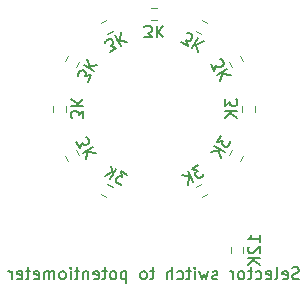
<source format=gbr>
%TF.GenerationSoftware,KiCad,Pcbnew,(6.0.5)*%
%TF.CreationDate,2022-05-19T01:25:15-04:00*%
%TF.ProjectId,selector_switch,73656c65-6374-46f7-925f-737769746368,rev?*%
%TF.SameCoordinates,Original*%
%TF.FileFunction,Legend,Bot*%
%TF.FilePolarity,Positive*%
%FSLAX46Y46*%
G04 Gerber Fmt 4.6, Leading zero omitted, Abs format (unit mm)*
G04 Created by KiCad (PCBNEW (6.0.5)) date 2022-05-19 01:25:15*
%MOMM*%
%LPD*%
G01*
G04 APERTURE LIST*
%ADD10C,0.150000*%
%ADD11C,0.120000*%
G04 APERTURE END LIST*
D10*
X167261904Y-83404761D02*
X167119047Y-83452380D01*
X166880952Y-83452380D01*
X166785714Y-83404761D01*
X166738095Y-83357142D01*
X166690476Y-83261904D01*
X166690476Y-83166666D01*
X166738095Y-83071428D01*
X166785714Y-83023809D01*
X166880952Y-82976190D01*
X167071428Y-82928571D01*
X167166666Y-82880952D01*
X167214285Y-82833333D01*
X167261904Y-82738095D01*
X167261904Y-82642857D01*
X167214285Y-82547619D01*
X167166666Y-82500000D01*
X167071428Y-82452380D01*
X166833333Y-82452380D01*
X166690476Y-82500000D01*
X165880952Y-83404761D02*
X165976190Y-83452380D01*
X166166666Y-83452380D01*
X166261904Y-83404761D01*
X166309523Y-83309523D01*
X166309523Y-82928571D01*
X166261904Y-82833333D01*
X166166666Y-82785714D01*
X165976190Y-82785714D01*
X165880952Y-82833333D01*
X165833333Y-82928571D01*
X165833333Y-83023809D01*
X166309523Y-83119047D01*
X165261904Y-83452380D02*
X165357142Y-83404761D01*
X165404761Y-83309523D01*
X165404761Y-82452380D01*
X164500000Y-83404761D02*
X164595238Y-83452380D01*
X164785714Y-83452380D01*
X164880952Y-83404761D01*
X164928571Y-83309523D01*
X164928571Y-82928571D01*
X164880952Y-82833333D01*
X164785714Y-82785714D01*
X164595238Y-82785714D01*
X164500000Y-82833333D01*
X164452380Y-82928571D01*
X164452380Y-83023809D01*
X164928571Y-83119047D01*
X163595238Y-83404761D02*
X163690476Y-83452380D01*
X163880952Y-83452380D01*
X163976190Y-83404761D01*
X164023809Y-83357142D01*
X164071428Y-83261904D01*
X164071428Y-82976190D01*
X164023809Y-82880952D01*
X163976190Y-82833333D01*
X163880952Y-82785714D01*
X163690476Y-82785714D01*
X163595238Y-82833333D01*
X163309523Y-82785714D02*
X162928571Y-82785714D01*
X163166666Y-82452380D02*
X163166666Y-83309523D01*
X163119047Y-83404761D01*
X163023809Y-83452380D01*
X162928571Y-83452380D01*
X162452380Y-83452380D02*
X162547619Y-83404761D01*
X162595238Y-83357142D01*
X162642857Y-83261904D01*
X162642857Y-82976190D01*
X162595238Y-82880952D01*
X162547619Y-82833333D01*
X162452380Y-82785714D01*
X162309523Y-82785714D01*
X162214285Y-82833333D01*
X162166666Y-82880952D01*
X162119047Y-82976190D01*
X162119047Y-83261904D01*
X162166666Y-83357142D01*
X162214285Y-83404761D01*
X162309523Y-83452380D01*
X162452380Y-83452380D01*
X161690476Y-83452380D02*
X161690476Y-82785714D01*
X161690476Y-82976190D02*
X161642857Y-82880952D01*
X161595238Y-82833333D01*
X161500000Y-82785714D01*
X161404761Y-82785714D01*
X160357142Y-83404761D02*
X160261904Y-83452380D01*
X160071428Y-83452380D01*
X159976190Y-83404761D01*
X159928571Y-83309523D01*
X159928571Y-83261904D01*
X159976190Y-83166666D01*
X160071428Y-83119047D01*
X160214285Y-83119047D01*
X160309523Y-83071428D01*
X160357142Y-82976190D01*
X160357142Y-82928571D01*
X160309523Y-82833333D01*
X160214285Y-82785714D01*
X160071428Y-82785714D01*
X159976190Y-82833333D01*
X159595238Y-82785714D02*
X159404761Y-83452380D01*
X159214285Y-82976190D01*
X159023809Y-83452380D01*
X158833333Y-82785714D01*
X158452380Y-83452380D02*
X158452380Y-82785714D01*
X158452380Y-82452380D02*
X158500000Y-82500000D01*
X158452380Y-82547619D01*
X158404761Y-82500000D01*
X158452380Y-82452380D01*
X158452380Y-82547619D01*
X158119047Y-82785714D02*
X157738095Y-82785714D01*
X157976190Y-82452380D02*
X157976190Y-83309523D01*
X157928571Y-83404761D01*
X157833333Y-83452380D01*
X157738095Y-83452380D01*
X156976190Y-83404761D02*
X157071428Y-83452380D01*
X157261904Y-83452380D01*
X157357142Y-83404761D01*
X157404761Y-83357142D01*
X157452380Y-83261904D01*
X157452380Y-82976190D01*
X157404761Y-82880952D01*
X157357142Y-82833333D01*
X157261904Y-82785714D01*
X157071428Y-82785714D01*
X156976190Y-82833333D01*
X156547619Y-83452380D02*
X156547619Y-82452380D01*
X156119047Y-83452380D02*
X156119047Y-82928571D01*
X156166666Y-82833333D01*
X156261904Y-82785714D01*
X156404761Y-82785714D01*
X156500000Y-82833333D01*
X156547619Y-82880952D01*
X155023809Y-82785714D02*
X154642857Y-82785714D01*
X154880952Y-82452380D02*
X154880952Y-83309523D01*
X154833333Y-83404761D01*
X154738095Y-83452380D01*
X154642857Y-83452380D01*
X154166666Y-83452380D02*
X154261904Y-83404761D01*
X154309523Y-83357142D01*
X154357142Y-83261904D01*
X154357142Y-82976190D01*
X154309523Y-82880952D01*
X154261904Y-82833333D01*
X154166666Y-82785714D01*
X154023809Y-82785714D01*
X153928571Y-82833333D01*
X153880952Y-82880952D01*
X153833333Y-82976190D01*
X153833333Y-83261904D01*
X153880952Y-83357142D01*
X153928571Y-83404761D01*
X154023809Y-83452380D01*
X154166666Y-83452380D01*
X152642857Y-82785714D02*
X152642857Y-83785714D01*
X152642857Y-82833333D02*
X152547619Y-82785714D01*
X152357142Y-82785714D01*
X152261904Y-82833333D01*
X152214285Y-82880952D01*
X152166666Y-82976190D01*
X152166666Y-83261904D01*
X152214285Y-83357142D01*
X152261904Y-83404761D01*
X152357142Y-83452380D01*
X152547619Y-83452380D01*
X152642857Y-83404761D01*
X151595238Y-83452380D02*
X151690476Y-83404761D01*
X151738095Y-83357142D01*
X151785714Y-83261904D01*
X151785714Y-82976190D01*
X151738095Y-82880952D01*
X151690476Y-82833333D01*
X151595238Y-82785714D01*
X151452380Y-82785714D01*
X151357142Y-82833333D01*
X151309523Y-82880952D01*
X151261904Y-82976190D01*
X151261904Y-83261904D01*
X151309523Y-83357142D01*
X151357142Y-83404761D01*
X151452380Y-83452380D01*
X151595238Y-83452380D01*
X150976190Y-82785714D02*
X150595238Y-82785714D01*
X150833333Y-82452380D02*
X150833333Y-83309523D01*
X150785714Y-83404761D01*
X150690476Y-83452380D01*
X150595238Y-83452380D01*
X149880952Y-83404761D02*
X149976190Y-83452380D01*
X150166666Y-83452380D01*
X150261904Y-83404761D01*
X150309523Y-83309523D01*
X150309523Y-82928571D01*
X150261904Y-82833333D01*
X150166666Y-82785714D01*
X149976190Y-82785714D01*
X149880952Y-82833333D01*
X149833333Y-82928571D01*
X149833333Y-83023809D01*
X150309523Y-83119047D01*
X149404761Y-82785714D02*
X149404761Y-83452380D01*
X149404761Y-82880952D02*
X149357142Y-82833333D01*
X149261904Y-82785714D01*
X149119047Y-82785714D01*
X149023809Y-82833333D01*
X148976190Y-82928571D01*
X148976190Y-83452380D01*
X148642857Y-82785714D02*
X148261904Y-82785714D01*
X148500000Y-82452380D02*
X148500000Y-83309523D01*
X148452380Y-83404761D01*
X148357142Y-83452380D01*
X148261904Y-83452380D01*
X147928571Y-83452380D02*
X147928571Y-82785714D01*
X147928571Y-82452380D02*
X147976190Y-82500000D01*
X147928571Y-82547619D01*
X147880952Y-82500000D01*
X147928571Y-82452380D01*
X147928571Y-82547619D01*
X147309523Y-83452380D02*
X147404761Y-83404761D01*
X147452380Y-83357142D01*
X147500000Y-83261904D01*
X147500000Y-82976190D01*
X147452380Y-82880952D01*
X147404761Y-82833333D01*
X147309523Y-82785714D01*
X147166666Y-82785714D01*
X147071428Y-82833333D01*
X147023809Y-82880952D01*
X146976190Y-82976190D01*
X146976190Y-83261904D01*
X147023809Y-83357142D01*
X147071428Y-83404761D01*
X147166666Y-83452380D01*
X147309523Y-83452380D01*
X146547619Y-83452380D02*
X146547619Y-82785714D01*
X146547619Y-82880952D02*
X146500000Y-82833333D01*
X146404761Y-82785714D01*
X146261904Y-82785714D01*
X146166666Y-82833333D01*
X146119047Y-82928571D01*
X146119047Y-83452380D01*
X146119047Y-82928571D02*
X146071428Y-82833333D01*
X145976190Y-82785714D01*
X145833333Y-82785714D01*
X145738095Y-82833333D01*
X145690476Y-82928571D01*
X145690476Y-83452380D01*
X144833333Y-83404761D02*
X144928571Y-83452380D01*
X145119047Y-83452380D01*
X145214285Y-83404761D01*
X145261904Y-83309523D01*
X145261904Y-82928571D01*
X145214285Y-82833333D01*
X145119047Y-82785714D01*
X144928571Y-82785714D01*
X144833333Y-82833333D01*
X144785714Y-82928571D01*
X144785714Y-83023809D01*
X145261904Y-83119047D01*
X144500000Y-82785714D02*
X144119047Y-82785714D01*
X144357142Y-82452380D02*
X144357142Y-83309523D01*
X144309523Y-83404761D01*
X144214285Y-83452380D01*
X144119047Y-83452380D01*
X143404761Y-83404761D02*
X143500000Y-83452380D01*
X143690476Y-83452380D01*
X143785714Y-83404761D01*
X143833333Y-83309523D01*
X143833333Y-82928571D01*
X143785714Y-82833333D01*
X143690476Y-82785714D01*
X143500000Y-82785714D01*
X143404761Y-82833333D01*
X143357142Y-82928571D01*
X143357142Y-83023809D01*
X143833333Y-83119047D01*
X142928571Y-83452380D02*
X142928571Y-82785714D01*
X142928571Y-82976190D02*
X142880952Y-82880952D01*
X142833333Y-82833333D01*
X142738095Y-82785714D01*
X142642857Y-82785714D01*
%TO.C,R12*%
X152710497Y-74632201D02*
X152174386Y-74322677D01*
X152272585Y-74819258D01*
X152148867Y-74747830D01*
X152042579Y-74741450D01*
X151977530Y-74758880D01*
X151888672Y-74817549D01*
X151769624Y-75023746D01*
X151763244Y-75130034D01*
X151780674Y-75195082D01*
X151839343Y-75283941D01*
X152086779Y-75426798D01*
X152193067Y-75433178D01*
X152258116Y-75415748D01*
X151303232Y-74974417D02*
X151803232Y-74108392D01*
X150808360Y-74688703D02*
X151465229Y-74408117D01*
X151308360Y-73822677D02*
X151517518Y-74603263D01*
%TO.C,R11*%
X148419294Y-71837121D02*
X148728818Y-72373232D01*
X148892065Y-71894081D01*
X148963494Y-72017799D01*
X149052352Y-72076468D01*
X149117401Y-72093898D01*
X149223689Y-72087518D01*
X149429886Y-71968470D01*
X149488555Y-71879612D01*
X149505985Y-71814563D01*
X149499605Y-71708275D01*
X149356748Y-71460839D01*
X149267889Y-71402170D01*
X149202841Y-71384740D01*
X149809129Y-72244386D02*
X148943103Y-72744386D01*
X150094843Y-72739258D02*
X149385686Y-72653818D01*
X149228818Y-73239258D02*
X149437975Y-72458672D01*
%TO.C,R10*%
X148977619Y-69833333D02*
X148977619Y-69214285D01*
X148596666Y-69547619D01*
X148596666Y-69404761D01*
X148549047Y-69309523D01*
X148501428Y-69261904D01*
X148406190Y-69214285D01*
X148168095Y-69214285D01*
X148072857Y-69261904D01*
X148025238Y-69309523D01*
X147977619Y-69404761D01*
X147977619Y-69690476D01*
X148025238Y-69785714D01*
X148072857Y-69833333D01*
X147977619Y-68785714D02*
X148977619Y-68785714D01*
X147977619Y-68214285D02*
X148549047Y-68642857D01*
X148977619Y-68214285D02*
X148406190Y-68785714D01*
%TO.C,R9*%
X149367798Y-66710497D02*
X149677322Y-66174386D01*
X149180741Y-66272585D01*
X149252169Y-66148867D01*
X149258549Y-66042579D01*
X149241119Y-65977530D01*
X149182450Y-65888672D01*
X148976253Y-65769624D01*
X148869965Y-65763244D01*
X148804917Y-65780674D01*
X148716058Y-65839343D01*
X148573201Y-66086779D01*
X148566821Y-66193067D01*
X148584251Y-66258116D01*
X149025582Y-65303232D02*
X149891607Y-65803232D01*
X149311296Y-64808360D02*
X149591882Y-65465229D01*
X150177322Y-65308360D02*
X149396736Y-65517518D01*
%TO.C,R8*%
X151267121Y-64201131D02*
X151803232Y-63891607D01*
X151324081Y-63728360D01*
X151447799Y-63656931D01*
X151506468Y-63568073D01*
X151523898Y-63503024D01*
X151517518Y-63396736D01*
X151398470Y-63190539D01*
X151309612Y-63131870D01*
X151244563Y-63114440D01*
X151138275Y-63120820D01*
X150890839Y-63263677D01*
X150832170Y-63352536D01*
X150814740Y-63417584D01*
X151674386Y-62811296D02*
X152174386Y-63677322D01*
X152169258Y-62525582D02*
X152083818Y-63234739D01*
X152669258Y-63391607D02*
X151888672Y-63182450D01*
%TO.C,R7*%
X154166666Y-62977619D02*
X154785714Y-62977619D01*
X154452380Y-62596666D01*
X154595238Y-62596666D01*
X154690476Y-62549047D01*
X154738095Y-62501428D01*
X154785714Y-62406190D01*
X154785714Y-62168095D01*
X154738095Y-62072857D01*
X154690476Y-62025238D01*
X154595238Y-61977619D01*
X154309523Y-61977619D01*
X154214285Y-62025238D01*
X154166666Y-62072857D01*
X155214285Y-61977619D02*
X155214285Y-62977619D01*
X155785714Y-61977619D02*
X155357142Y-62549047D01*
X155785714Y-62977619D02*
X155214285Y-62406190D01*
%TO.C,R6*%
X157289502Y-63367798D02*
X157825613Y-63677322D01*
X157727414Y-63180741D01*
X157851132Y-63252169D01*
X157957420Y-63258549D01*
X158022469Y-63241119D01*
X158111327Y-63182450D01*
X158230375Y-62976253D01*
X158236755Y-62869965D01*
X158219325Y-62804917D01*
X158160656Y-62716058D01*
X157913220Y-62573201D01*
X157806932Y-62566821D01*
X157741883Y-62584251D01*
X158696767Y-63025582D02*
X158196767Y-63891607D01*
X159191639Y-63311296D02*
X158534770Y-63591882D01*
X158691639Y-64177322D02*
X158482481Y-63396736D01*
%TO.C,R5*%
X159798868Y-65267121D02*
X160108392Y-65803232D01*
X160271639Y-65324081D01*
X160343068Y-65447799D01*
X160431926Y-65506468D01*
X160496975Y-65523898D01*
X160603263Y-65517518D01*
X160809460Y-65398470D01*
X160868129Y-65309612D01*
X160885559Y-65244563D01*
X160879179Y-65138275D01*
X160736322Y-64890839D01*
X160647463Y-64832170D01*
X160582415Y-64814740D01*
X161188703Y-65674386D02*
X160322677Y-66174386D01*
X161474417Y-66169258D02*
X160765260Y-66083818D01*
X160608392Y-66669258D02*
X160817549Y-65888672D01*
%TO.C,R4*%
X161022380Y-68166666D02*
X161022380Y-68785714D01*
X161403333Y-68452380D01*
X161403333Y-68595238D01*
X161450952Y-68690476D01*
X161498571Y-68738095D01*
X161593809Y-68785714D01*
X161831904Y-68785714D01*
X161927142Y-68738095D01*
X161974761Y-68690476D01*
X162022380Y-68595238D01*
X162022380Y-68309523D01*
X161974761Y-68214285D01*
X161927142Y-68166666D01*
X162022380Y-69214285D02*
X161022380Y-69214285D01*
X162022380Y-69785714D02*
X161450952Y-69357142D01*
X161022380Y-69785714D02*
X161593809Y-69214285D01*
%TO.C,R3*%
X160632201Y-71289502D02*
X160322677Y-71825613D01*
X160819258Y-71727414D01*
X160747830Y-71851132D01*
X160741450Y-71957420D01*
X160758880Y-72022469D01*
X160817549Y-72111327D01*
X161023746Y-72230375D01*
X161130034Y-72236755D01*
X161195082Y-72219325D01*
X161283941Y-72160656D01*
X161426798Y-71913220D01*
X161433178Y-71806932D01*
X161415748Y-71741883D01*
X160974417Y-72696767D02*
X160108392Y-72196767D01*
X160688703Y-73191639D02*
X160408117Y-72534770D01*
X159822677Y-72691639D02*
X160603263Y-72482481D01*
%TO.C,R2*%
X158732878Y-73798868D02*
X158196767Y-74108392D01*
X158675918Y-74271639D01*
X158552200Y-74343068D01*
X158493531Y-74431926D01*
X158476101Y-74496975D01*
X158482481Y-74603263D01*
X158601529Y-74809460D01*
X158690387Y-74868129D01*
X158755436Y-74885559D01*
X158861724Y-74879179D01*
X159109160Y-74736322D01*
X159167829Y-74647463D01*
X159185259Y-74582415D01*
X158325613Y-75188703D02*
X157825613Y-74322677D01*
X157830741Y-75474417D02*
X157916181Y-74765260D01*
X157330741Y-74608392D02*
X158111327Y-74817549D01*
%TO.C,R1*%
X163952380Y-80309523D02*
X163952380Y-79738095D01*
X163952380Y-80023809D02*
X162952380Y-80023809D01*
X163095238Y-79928571D01*
X163190476Y-79833333D01*
X163238095Y-79738095D01*
X163047619Y-80690476D02*
X163000000Y-80738095D01*
X162952380Y-80833333D01*
X162952380Y-81071428D01*
X163000000Y-81166666D01*
X163047619Y-81214285D01*
X163142857Y-81261904D01*
X163238095Y-81261904D01*
X163380952Y-81214285D01*
X163952380Y-80642857D01*
X163952380Y-81261904D01*
X163952380Y-81690476D02*
X162952380Y-81690476D01*
X163952380Y-82261904D02*
X163380952Y-81833333D01*
X162952380Y-82261904D02*
X163523809Y-81690476D01*
D11*
%TO.C,R12*%
X150518153Y-76253339D02*
X150959347Y-76508063D01*
X151040653Y-75348343D02*
X151481847Y-75603067D01*
%TO.C,R11*%
X147491937Y-73040653D02*
X147746661Y-73481847D01*
X148396933Y-72518153D02*
X148651657Y-72959347D01*
%TO.C,R10*%
X147522500Y-68745276D02*
X147522500Y-69254724D01*
X146477500Y-68745276D02*
X146477500Y-69254724D01*
%TO.C,R9*%
X147746661Y-64518153D02*
X147491937Y-64959347D01*
X148651657Y-65040653D02*
X148396933Y-65481847D01*
%TO.C,R8*%
X150959347Y-61491937D02*
X150518153Y-61746661D01*
X151481847Y-62396933D02*
X151040653Y-62651657D01*
%TO.C,R7*%
X155254724Y-60477500D02*
X154745276Y-60477500D01*
X155254724Y-61522500D02*
X154745276Y-61522500D01*
%TO.C,R6*%
X159481847Y-61746661D02*
X159040653Y-61491937D01*
X158959347Y-62651657D02*
X158518153Y-62396933D01*
%TO.C,R5*%
X162508063Y-64959347D02*
X162253339Y-64518153D01*
X161603067Y-65481847D02*
X161348343Y-65040653D01*
%TO.C,R4*%
X163522500Y-69254724D02*
X163522500Y-68745276D01*
X162477500Y-69254724D02*
X162477500Y-68745276D01*
%TO.C,R3*%
X162253339Y-73481847D02*
X162508063Y-73040653D01*
X161348343Y-72959347D02*
X161603067Y-72518153D01*
%TO.C,R2*%
X159040653Y-76508063D02*
X159481847Y-76253339D01*
X158518153Y-75603067D02*
X158959347Y-75348343D01*
%TO.C,R1*%
X162522500Y-81254724D02*
X162522500Y-80745276D01*
X161477500Y-81254724D02*
X161477500Y-80745276D01*
%TD*%
M02*

</source>
